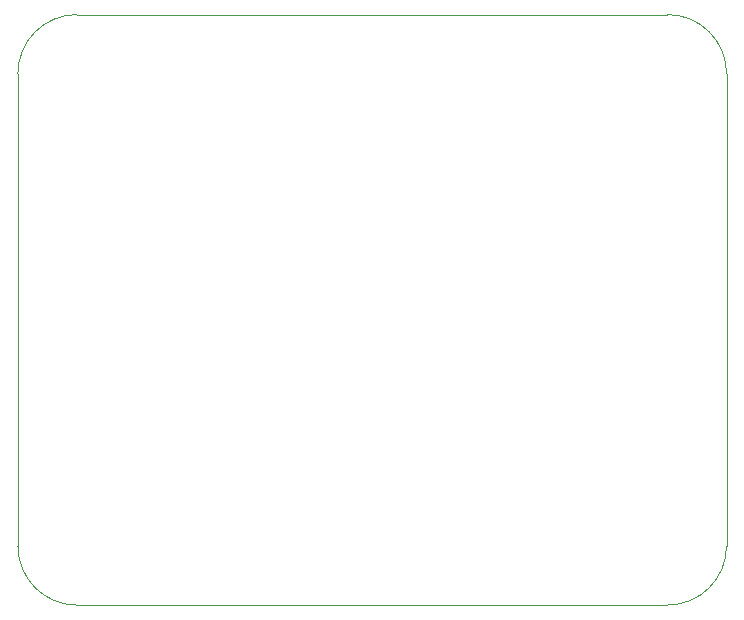
<source format=gm1>
G04 #@! TF.FileFunction,Profile,NP*
%FSLAX46Y46*%
G04 Gerber Fmt 4.6, Leading zero omitted, Abs format (unit mm)*
G04 Created by KiCad (PCBNEW 4.0.7-e2-6376~58~ubuntu16.04.1) date Thu Aug  2 15:14:07 2018*
%MOMM*%
%LPD*%
G01*
G04 APERTURE LIST*
%ADD10C,0.100000*%
%ADD11C,0.025400*%
G04 APERTURE END LIST*
D10*
D11*
X113500000Y-83500000D02*
X113500000Y-43500000D01*
X168500000Y-88500000D02*
X118500000Y-88500000D01*
X173500000Y-43500000D02*
X173500000Y-83500000D01*
X118500000Y-38500000D02*
X168500000Y-38500000D01*
X113500000Y-83500000D02*
G75*
G03X118500000Y-88500000I5000000J0D01*
G01*
X168500000Y-88500000D02*
G75*
G03X173500000Y-83500000I0J5000000D01*
G01*
X173500000Y-43500000D02*
G75*
G03X168500000Y-38500000I-5000000J0D01*
G01*
X118500000Y-38500000D02*
G75*
G03X113500000Y-43500000I0J-5000000D01*
G01*
M02*

</source>
